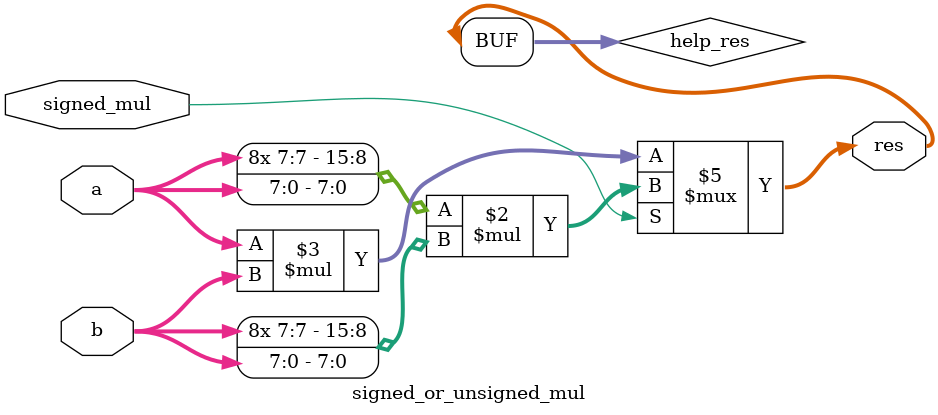
<source format=sv>


module signed_mul_4
(
  input  signed [3:0] a, b,
  output signed [7:0] res
);

  assign res = a * b;

endmodule

// A parameterized module
// that implements the unsigned multiplication of N-bit numbers
// which produces 2N-bit result

module unsigned_mul
# (
  parameter n = 8
)
(
  input  [    n - 1:0] a, b,
  output [2 * n - 1:0] res
);

  assign res = a * b;

endmodule

//----------------------------------------------------------------------------
// Task
//----------------------------------------------------------------------------

// Task:
//
// Implement a parameterized module
// that produces either signed or unsigned result
// of the multiplication depending on the 'signed_mul' input bit.

module signed_or_unsigned_mul
# (
  parameter n = 8
)
(
  input  [    n - 1:0] a, b,
  input                signed_mul,
  output [2 * n - 1:0] res
);

  logic [2 * n - 1:0] help_res;

  always_comb begin
    if (signed_mul) begin
      help_res = $signed(a) * $signed(b);
    end else begin
      help_res = a * b;
    end
  end

  assign res = help_res;

endmodule

</source>
